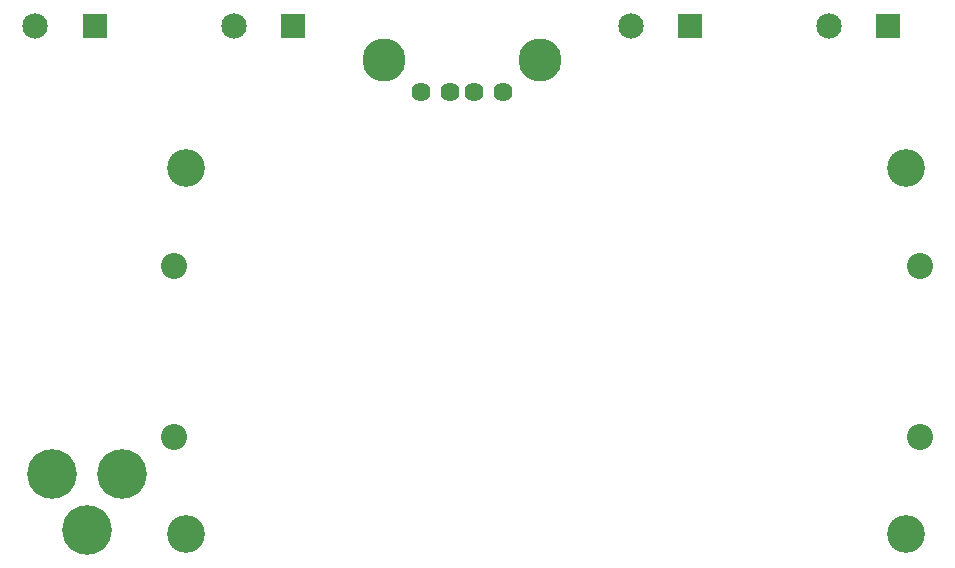
<source format=gts>
G04*
G04 #@! TF.GenerationSoftware,Altium Limited,Altium Designer,23.4.1 (23)*
G04*
G04 Layer_Color=8388736*
%FSLAX44Y44*%
%MOMM*%
G71*
G04*
G04 #@! TF.SameCoordinates,7CF3785F-2CE0-4CD5-9ED0-889279B7210F*
G04*
G04*
G04 #@! TF.FilePolarity,Negative*
G04*
G01*
G75*
%ADD13C,1.6232*%
%ADD14C,3.6532*%
%ADD15R,2.1532X2.1532*%
%ADD16C,2.1532*%
%ADD17C,4.2032*%
%ADD18C,2.2032*%
%ADD19C,3.2032*%
D13*
X522130Y429050D02*
D03*
X542130D02*
D03*
X497130D02*
D03*
X567130D02*
D03*
D14*
X597830Y456150D02*
D03*
X466430D02*
D03*
D15*
X892810Y484560D02*
D03*
X724853D02*
D03*
X220980D02*
D03*
X388937D02*
D03*
D16*
X842810D02*
D03*
X674853D02*
D03*
X170980D02*
D03*
X338938D02*
D03*
D17*
X214630Y58410D02*
D03*
X244630Y105410D02*
D03*
X184630D02*
D03*
D18*
X919480Y137160D02*
D03*
X288290Y281940D02*
D03*
X919480D02*
D03*
X288290Y137160D02*
D03*
D19*
X298451Y54610D02*
D03*
X908051D02*
D03*
Y364490D02*
D03*
X298451D02*
D03*
M02*

</source>
